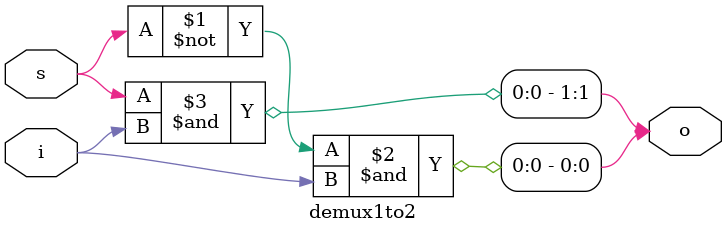
<source format=v>
module demux1to8(out, in, sel);
  input in;
  input [2:0] sel;
  output [7:0] out;
  wire [6:1] k;

  demux1to2 d1(k[2:1],sel[2],in);
  demux1to2 d2(k[4:3],sel[1],k[1]);
  demux1to2 d2(k[6:5],sel[1],k[2]);
  demux1to2 d2(o[1:0],sel[0],k[3]);
  demux1to2 d2(o[3:2],sel[0],k[4]);
  demux1to2 d2(o[5:4],sel[0],k[5]);
  demux1to2 d2(o[7:6],sel[0],k[6]);
endmodule

module demux1to2(o,s,i);
  output [1:0]o;
  input i,s;
  assign o[0] = ~s&i;
  assign o[1] = s&i;
endmodule

</source>
